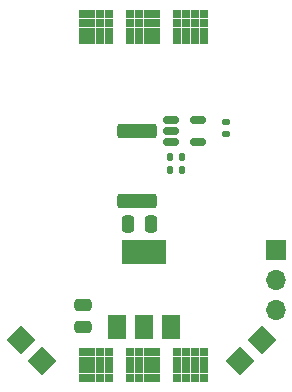
<source format=gbr>
%TF.GenerationSoftware,KiCad,Pcbnew,6.0.11-2627ca5db0~126~ubuntu22.04.1*%
%TF.CreationDate,2023-06-16T17:25:29+02:00*%
%TF.ProjectId,asac-esc-rev-a,61736163-2d65-4736-932d-7265762d612e,rev?*%
%TF.SameCoordinates,Original*%
%TF.FileFunction,Soldermask,Bot*%
%TF.FilePolarity,Negative*%
%FSLAX46Y46*%
G04 Gerber Fmt 4.6, Leading zero omitted, Abs format (unit mm)*
G04 Created by KiCad (PCBNEW 6.0.11-2627ca5db0~126~ubuntu22.04.1) date 2023-06-16 17:25:29*
%MOMM*%
%LPD*%
G01*
G04 APERTURE LIST*
G04 Aperture macros list*
%AMRoundRect*
0 Rectangle with rounded corners*
0 $1 Rounding radius*
0 $2 $3 $4 $5 $6 $7 $8 $9 X,Y pos of 4 corners*
0 Add a 4 corners polygon primitive as box body*
4,1,4,$2,$3,$4,$5,$6,$7,$8,$9,$2,$3,0*
0 Add four circle primitives for the rounded corners*
1,1,$1+$1,$2,$3*
1,1,$1+$1,$4,$5*
1,1,$1+$1,$6,$7*
1,1,$1+$1,$8,$9*
0 Add four rect primitives between the rounded corners*
20,1,$1+$1,$2,$3,$4,$5,0*
20,1,$1+$1,$4,$5,$6,$7,0*
20,1,$1+$1,$6,$7,$8,$9,0*
20,1,$1+$1,$8,$9,$2,$3,0*%
%AMRotRect*
0 Rectangle, with rotation*
0 The origin of the aperture is its center*
0 $1 length*
0 $2 width*
0 $3 Rotation angle, in degrees counterclockwise*
0 Add horizontal line*
21,1,$1,$2,0,0,$3*%
G04 Aperture macros list end*
%ADD10R,1.500000X2.000000*%
%ADD11R,3.800000X2.000000*%
%ADD12RotRect,1.700000X1.700000X135.000000*%
%ADD13RotRect,1.700000X1.700000X225.000000*%
%ADD14R,0.750000X0.750000*%
%ADD15R,1.700000X1.700000*%
%ADD16O,1.700000X1.700000*%
%ADD17RoundRect,0.250000X0.250000X0.475000X-0.250000X0.475000X-0.250000X-0.475000X0.250000X-0.475000X0*%
%ADD18RoundRect,0.140000X0.170000X-0.140000X0.170000X0.140000X-0.170000X0.140000X-0.170000X-0.140000X0*%
%ADD19RoundRect,0.135000X-0.135000X-0.185000X0.135000X-0.185000X0.135000X0.185000X-0.135000X0.185000X0*%
%ADD20RoundRect,0.150000X-0.512500X-0.150000X0.512500X-0.150000X0.512500X0.150000X-0.512500X0.150000X0*%
%ADD21RoundRect,0.250000X-1.425000X0.362500X-1.425000X-0.362500X1.425000X-0.362500X1.425000X0.362500X0*%
%ADD22RoundRect,0.250000X0.475000X-0.250000X0.475000X0.250000X-0.475000X0.250000X-0.475000X-0.250000X0*%
%ADD23RoundRect,0.140000X0.140000X0.170000X-0.140000X0.170000X-0.140000X-0.170000X0.140000X-0.170000X0*%
G04 APERTURE END LIST*
D10*
%TO.C,U1*%
X103375000Y-93350000D03*
D11*
X105675000Y-87050000D03*
D10*
X105675000Y-93350000D03*
X107975000Y-93350000D03*
%TD*%
D12*
%TO.C,J4*%
X113870000Y-96280000D03*
X115666051Y-94483949D03*
%TD*%
D13*
%TO.C,J1*%
X95303949Y-94483949D03*
X97100000Y-96280000D03*
%TD*%
D14*
%TO.C,J2*%
X101250000Y-96200000D03*
X101250000Y-95450000D03*
X102750000Y-96200000D03*
X102000000Y-95450000D03*
X102000000Y-96200000D03*
X101250000Y-96950000D03*
X102750000Y-97700000D03*
X100500000Y-96950000D03*
X102000000Y-97700000D03*
X100500000Y-95450000D03*
X100500000Y-97700000D03*
X102750000Y-95450000D03*
X102750000Y-96950000D03*
X102000000Y-96950000D03*
X100500000Y-96200000D03*
X101250000Y-97700000D03*
X106000000Y-97700000D03*
X106750000Y-97700000D03*
X106000000Y-96200000D03*
X106750000Y-96950000D03*
X106000000Y-96950000D03*
X105250000Y-96200000D03*
X105250000Y-96950000D03*
X106000000Y-95450000D03*
X104500000Y-96200000D03*
X104500000Y-96950000D03*
X104500000Y-95450000D03*
X106750000Y-95450000D03*
X104500000Y-97700000D03*
X105250000Y-95450000D03*
X106750000Y-96200000D03*
X105250000Y-97700000D03*
X109250000Y-95450000D03*
X110000000Y-96200000D03*
X109250000Y-96950000D03*
X108500000Y-96950000D03*
X110750000Y-97700000D03*
X108500000Y-95450000D03*
X109250000Y-96200000D03*
X110000000Y-97700000D03*
X108500000Y-97700000D03*
X108500000Y-96200000D03*
X110750000Y-96200000D03*
X110000000Y-96950000D03*
X110750000Y-95450000D03*
X110750000Y-96950000D03*
X110000000Y-95450000D03*
X109250000Y-97700000D03*
%TD*%
D15*
%TO.C,J14*%
X116850000Y-86850000D03*
D16*
X116850000Y-89390000D03*
X116850000Y-91930000D03*
%TD*%
D14*
%TO.C,J3*%
X102750000Y-67600000D03*
X100500000Y-68350000D03*
X102000000Y-67600000D03*
X101250000Y-66850000D03*
X102000000Y-68350000D03*
X102000000Y-66850000D03*
X100500000Y-69100000D03*
X102750000Y-69100000D03*
X102750000Y-68350000D03*
X101250000Y-68350000D03*
X101250000Y-69100000D03*
X102000000Y-69100000D03*
X102750000Y-66850000D03*
X100500000Y-66850000D03*
X100500000Y-67600000D03*
X101250000Y-67600000D03*
X106000000Y-67600000D03*
X105250000Y-69100000D03*
X106000000Y-69100000D03*
X104500000Y-68350000D03*
X106750000Y-67600000D03*
X106000000Y-68350000D03*
X104500000Y-67600000D03*
X104500000Y-66850000D03*
X105250000Y-66850000D03*
X106750000Y-66850000D03*
X106000000Y-66850000D03*
X104500000Y-69100000D03*
X105250000Y-68350000D03*
X106750000Y-68350000D03*
X105250000Y-67600000D03*
X106750000Y-69100000D03*
X108500000Y-69100000D03*
X109250000Y-67600000D03*
X110000000Y-68350000D03*
X110750000Y-67600000D03*
X108500000Y-67600000D03*
X110750000Y-68350000D03*
X109250000Y-69100000D03*
X109250000Y-66850000D03*
X110000000Y-69100000D03*
X110750000Y-66850000D03*
X110750000Y-69100000D03*
X108500000Y-66850000D03*
X108500000Y-68350000D03*
X110000000Y-67600000D03*
X110000000Y-66850000D03*
X109250000Y-68350000D03*
%TD*%
D17*
%TO.C,C3*%
X104375000Y-84600000D03*
X106275000Y-84600000D03*
%TD*%
D18*
%TO.C,C10*%
X112625000Y-77005000D03*
X112625000Y-76045000D03*
%TD*%
D19*
%TO.C,R6*%
X107890000Y-79000000D03*
X108910000Y-79000000D03*
%TD*%
D20*
%TO.C,U5*%
X107987500Y-77725000D03*
X107987500Y-76775000D03*
X107987500Y-75825000D03*
X110262500Y-75825000D03*
X110262500Y-77725000D03*
%TD*%
D21*
%TO.C,R5*%
X105125000Y-76762500D03*
X105125000Y-82687500D03*
%TD*%
D22*
%TO.C,C1*%
X100550000Y-91500000D03*
X100550000Y-93400000D03*
%TD*%
D23*
%TO.C,C11*%
X108880000Y-80100000D03*
X107920000Y-80100000D03*
%TD*%
M02*

</source>
